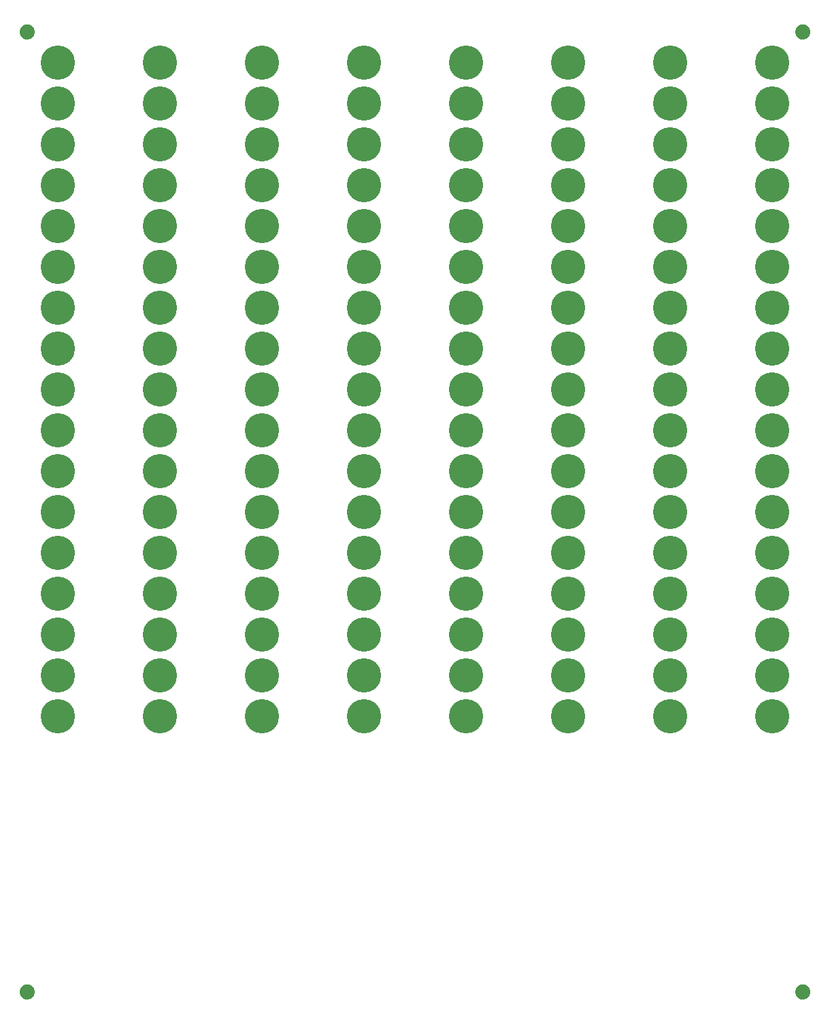
<source format=gbs>
G75*
%MOIN*%
%OFA0B0*%
%FSLAX25Y25*%
%IPPOS*%
%LPD*%
%AMOC8*
5,1,8,0,0,1.08239X$1,22.5*
%
%ADD10C,0.16800*%
%ADD11C,0.07400*%
D10*
X0026300Y0146300D03*
X0026300Y0166300D03*
X0026300Y0186300D03*
X0026300Y0206300D03*
X0026300Y0226300D03*
X0026300Y0246300D03*
X0026300Y0266300D03*
X0026300Y0286300D03*
X0026300Y0306300D03*
X0026300Y0326300D03*
X0026300Y0346300D03*
X0026300Y0366300D03*
X0026300Y0386300D03*
X0026300Y0406300D03*
X0026300Y0426300D03*
X0026300Y0446300D03*
X0026300Y0466300D03*
X0076300Y0466300D03*
X0076300Y0446300D03*
X0076300Y0426300D03*
X0076300Y0406300D03*
X0076300Y0386300D03*
X0076300Y0366300D03*
X0076300Y0346300D03*
X0076300Y0326300D03*
X0076300Y0306300D03*
X0076300Y0286300D03*
X0076300Y0266300D03*
X0076300Y0246300D03*
X0076300Y0226300D03*
X0076300Y0206300D03*
X0076300Y0186300D03*
X0076300Y0166300D03*
X0076300Y0146300D03*
X0126300Y0146300D03*
X0126300Y0166300D03*
X0126300Y0186300D03*
X0126300Y0206300D03*
X0126300Y0226300D03*
X0126300Y0246300D03*
X0126300Y0266300D03*
X0126300Y0286300D03*
X0126300Y0306300D03*
X0126300Y0326300D03*
X0126300Y0346300D03*
X0126300Y0366300D03*
X0126300Y0386300D03*
X0126300Y0406300D03*
X0126300Y0426300D03*
X0126300Y0446300D03*
X0126300Y0466300D03*
X0176300Y0466300D03*
X0176300Y0446300D03*
X0176300Y0426300D03*
X0176300Y0406300D03*
X0176300Y0386300D03*
X0176300Y0366300D03*
X0176300Y0346300D03*
X0176300Y0326300D03*
X0176300Y0306300D03*
X0176300Y0286300D03*
X0176300Y0266300D03*
X0176300Y0246300D03*
X0176300Y0226300D03*
X0176300Y0206300D03*
X0176300Y0186300D03*
X0176300Y0166300D03*
X0176300Y0146300D03*
X0226300Y0146300D03*
X0226300Y0166300D03*
X0226300Y0186300D03*
X0226300Y0206300D03*
X0226300Y0226300D03*
X0226300Y0246300D03*
X0226300Y0266300D03*
X0226300Y0286300D03*
X0226300Y0306300D03*
X0226300Y0326300D03*
X0226300Y0346300D03*
X0226300Y0366300D03*
X0226300Y0386300D03*
X0226300Y0406300D03*
X0226300Y0426300D03*
X0226300Y0446300D03*
X0226300Y0466300D03*
X0276300Y0466300D03*
X0276300Y0446300D03*
X0276300Y0426300D03*
X0276300Y0406300D03*
X0276300Y0386300D03*
X0276300Y0366300D03*
X0276300Y0346300D03*
X0276300Y0326300D03*
X0276300Y0306300D03*
X0276300Y0286300D03*
X0276300Y0266300D03*
X0276300Y0246300D03*
X0276300Y0226300D03*
X0276300Y0206300D03*
X0276300Y0186300D03*
X0276300Y0166300D03*
X0276300Y0146300D03*
X0326300Y0146300D03*
X0326300Y0166300D03*
X0326300Y0186300D03*
X0326300Y0206300D03*
X0326300Y0226300D03*
X0326300Y0246300D03*
X0326300Y0266300D03*
X0326300Y0286300D03*
X0326300Y0306300D03*
X0326300Y0326300D03*
X0326300Y0346300D03*
X0326300Y0366300D03*
X0326300Y0386300D03*
X0326300Y0406300D03*
X0326300Y0426300D03*
X0326300Y0446300D03*
X0326300Y0466300D03*
X0376300Y0466300D03*
X0376300Y0446300D03*
X0376300Y0426300D03*
X0376300Y0406300D03*
X0376300Y0386300D03*
X0376300Y0366300D03*
X0376300Y0346300D03*
X0376300Y0326300D03*
X0376300Y0306300D03*
X0376300Y0286300D03*
X0376300Y0266300D03*
X0376300Y0246300D03*
X0376300Y0226300D03*
X0376300Y0206300D03*
X0376300Y0186300D03*
X0376300Y0166300D03*
X0376300Y0146300D03*
D11*
X0011300Y0011300D03*
X0391300Y0011300D03*
X0391300Y0481300D03*
X0011300Y0481300D03*
M02*

</source>
